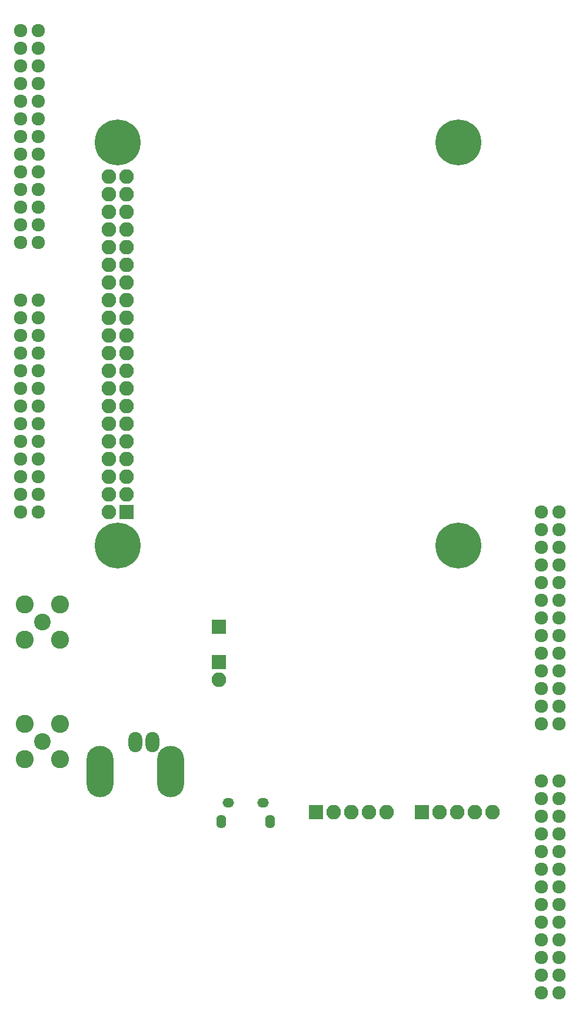
<source format=gbr>
G04 #@! TF.GenerationSoftware,KiCad,Pcbnew,(2017-06-14 revision cf083a20c)-makepkg*
G04 #@! TF.CreationDate,2017-07-19T11:09:17+02:00*
G04 #@! TF.ProjectId,dds_pi,6464735F70692E6B696361645F706362,1.0*
G04 #@! TF.SameCoordinates,Original
G04 #@! TF.FileFunction,Soldermask,Bot*
G04 #@! TF.FilePolarity,Negative*
%FSLAX46Y46*%
G04 Gerber Fmt 4.6, Leading zero omitted, Abs format (unit mm)*
G04 Created by KiCad (PCBNEW (2017-06-14 revision cf083a20c)-makepkg) date 07/19/17 11:09:17*
%MOMM*%
%LPD*%
G01*
G04 APERTURE LIST*
%ADD10C,0.150000*%
%ADD11C,1.924000*%
%ADD12C,6.600000*%
%ADD13O,2.100000X2.100000*%
%ADD14R,2.100000X2.100000*%
%ADD15C,2.400000*%
%ADD16C,2.600000*%
%ADD17O,2.000200X2.899360*%
%ADD18O,3.900120X7.400240*%
%ADD19O,1.400000X1.950000*%
%ADD20O,1.650000X1.350000*%
G04 APERTURE END LIST*
D10*
D11*
X138430000Y-177800000D03*
X135890000Y-177800000D03*
X138430000Y-175260000D03*
X135890000Y-175260000D03*
X138430000Y-172720000D03*
X135890000Y-172720000D03*
X138430000Y-170180000D03*
X135890000Y-170180000D03*
X138430000Y-167640000D03*
X135890000Y-167640000D03*
X138430000Y-165100000D03*
X135890000Y-165100000D03*
X138430000Y-162560000D03*
X135890000Y-162560000D03*
X138430000Y-160020000D03*
X135890000Y-160020000D03*
X138430000Y-157480000D03*
X135890000Y-157480000D03*
X138430000Y-154940000D03*
X135890000Y-154940000D03*
X138430000Y-152400000D03*
X135890000Y-152400000D03*
X138430000Y-149860000D03*
X135890000Y-149860000D03*
X138430000Y-147320000D03*
X135890000Y-147320000D03*
X135890000Y-108585000D03*
X138430000Y-108585000D03*
X135890000Y-111125000D03*
X138430000Y-111125000D03*
X135890000Y-113665000D03*
X138430000Y-113665000D03*
X135890000Y-116205000D03*
X138430000Y-116205000D03*
X135890000Y-118745000D03*
X138430000Y-118745000D03*
X135890000Y-121285000D03*
X138430000Y-121285000D03*
X135890000Y-123825000D03*
X138430000Y-123825000D03*
X135890000Y-126365000D03*
X138430000Y-126365000D03*
X135890000Y-128905000D03*
X138430000Y-128905000D03*
X135890000Y-131445000D03*
X138430000Y-131445000D03*
X135890000Y-133985000D03*
X138430000Y-133985000D03*
X135890000Y-136525000D03*
X138430000Y-136525000D03*
X135890000Y-139065000D03*
X138430000Y-139065000D03*
X60960000Y-39370000D03*
X63500000Y-39370000D03*
X60960000Y-41910000D03*
X63500000Y-41910000D03*
X60960000Y-44450000D03*
X63500000Y-44450000D03*
X60960000Y-46990000D03*
X63500000Y-46990000D03*
X60960000Y-49530000D03*
X63500000Y-49530000D03*
X60960000Y-52070000D03*
X63500000Y-52070000D03*
X60960000Y-54610000D03*
X63500000Y-54610000D03*
X60960000Y-57150000D03*
X63500000Y-57150000D03*
X60960000Y-59690000D03*
X63500000Y-59690000D03*
X60960000Y-62230000D03*
X63500000Y-62230000D03*
X60960000Y-64770000D03*
X63500000Y-64770000D03*
X60960000Y-67310000D03*
X63500000Y-67310000D03*
X60960000Y-69850000D03*
X63500000Y-69850000D03*
X63500000Y-108585000D03*
X60960000Y-108585000D03*
X63500000Y-106045000D03*
X60960000Y-106045000D03*
X63500000Y-103505000D03*
X60960000Y-103505000D03*
X63500000Y-100965000D03*
X60960000Y-100965000D03*
X63500000Y-98425000D03*
X60960000Y-98425000D03*
X63500000Y-95885000D03*
X60960000Y-95885000D03*
X63500000Y-93345000D03*
X60960000Y-93345000D03*
X63500000Y-90805000D03*
X60960000Y-90805000D03*
X63500000Y-88265000D03*
X60960000Y-88265000D03*
X63500000Y-85725000D03*
X60960000Y-85725000D03*
X63500000Y-83185000D03*
X60960000Y-83185000D03*
X63500000Y-80645000D03*
X60960000Y-80645000D03*
X63500000Y-78105000D03*
X60960000Y-78105000D03*
D12*
X123930000Y-55455000D03*
X123930000Y-113455000D03*
X74930000Y-113455000D03*
X74930000Y-55455000D03*
D13*
X73660000Y-60325000D03*
X76200000Y-60325000D03*
X73660000Y-62865000D03*
X76200000Y-62865000D03*
X73660000Y-65405000D03*
X76200000Y-65405000D03*
X73660000Y-67945000D03*
X76200000Y-67945000D03*
X73660000Y-70485000D03*
X76200000Y-70485000D03*
X73660000Y-73025000D03*
X76200000Y-73025000D03*
X73660000Y-75565000D03*
X76200000Y-75565000D03*
X73660000Y-78105000D03*
X76200000Y-78105000D03*
X73660000Y-80645000D03*
X76200000Y-80645000D03*
X73660000Y-83185000D03*
X76200000Y-83185000D03*
X73660000Y-85725000D03*
X76200000Y-85725000D03*
X73660000Y-88265000D03*
X76200000Y-88265000D03*
X73660000Y-90805000D03*
X76200000Y-90805000D03*
X73660000Y-93345000D03*
X76200000Y-93345000D03*
X73660000Y-95885000D03*
X76200000Y-95885000D03*
X73660000Y-98425000D03*
X76200000Y-98425000D03*
X73660000Y-100965000D03*
X76200000Y-100965000D03*
X73660000Y-103505000D03*
X76200000Y-103505000D03*
X73660000Y-106045000D03*
X76200000Y-106045000D03*
X73660000Y-108585000D03*
D14*
X76200000Y-108585000D03*
D15*
X64135000Y-124460000D03*
D16*
X66675000Y-127000000D03*
X66675000Y-121920000D03*
X61595000Y-121920000D03*
X61595000Y-127000000D03*
D17*
X79969360Y-141683740D03*
X77470000Y-141683740D03*
D18*
X72369680Y-145948400D03*
X82567780Y-145948400D03*
D19*
X96845000Y-153115000D03*
X89845000Y-153115000D03*
D20*
X95845000Y-150415000D03*
X90845000Y-150415000D03*
D15*
X64135000Y-141605000D03*
D16*
X66675000Y-144145000D03*
X66675000Y-139065000D03*
X61595000Y-139065000D03*
X61595000Y-144145000D03*
D13*
X89535000Y-132715000D03*
D14*
X89535000Y-130175000D03*
D13*
X113665000Y-151765000D03*
X111125000Y-151765000D03*
X108585000Y-151765000D03*
X106045000Y-151765000D03*
D14*
X103505000Y-151765000D03*
X118745000Y-151765000D03*
D13*
X121285000Y-151765000D03*
X123825000Y-151765000D03*
X126365000Y-151765000D03*
X128905000Y-151765000D03*
D14*
X89535000Y-125095000D03*
M02*

</source>
